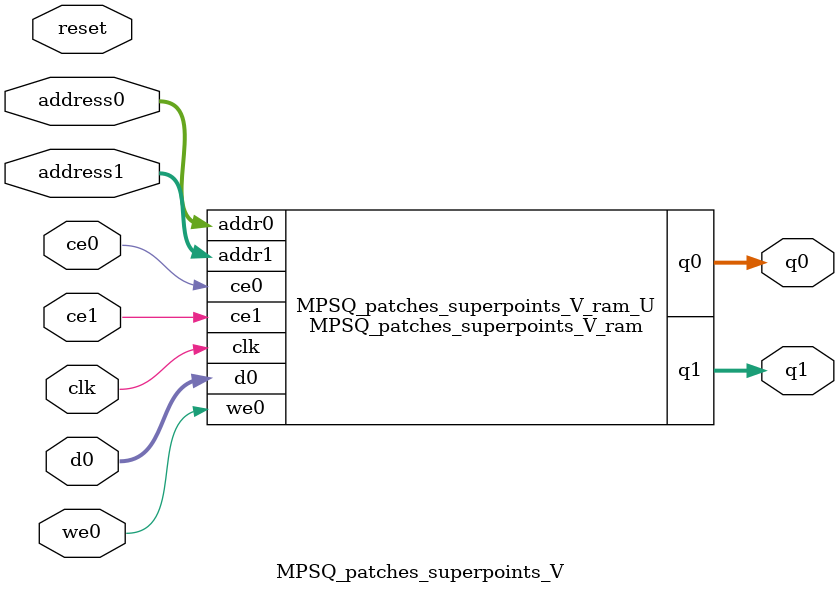
<source format=v>
`timescale 1 ns / 1 ps
module MPSQ_patches_superpoints_V_ram (addr0, ce0, d0, we0, q0, addr1, ce1, q1,  clk);

parameter DWIDTH = 64;
parameter AWIDTH = 12;
parameter MEM_SIZE = 2560;

input[AWIDTH-1:0] addr0;
input ce0;
input[DWIDTH-1:0] d0;
input we0;
output reg[DWIDTH-1:0] q0;
input[AWIDTH-1:0] addr1;
input ce1;
output reg[DWIDTH-1:0] q1;
input clk;

reg [DWIDTH-1:0] ram[0:MEM_SIZE-1];




always @(posedge clk)  
begin 
    if (ce0) begin
        if (we0) 
            ram[addr0] <= d0; 
        q0 <= ram[addr0];
    end
end


always @(posedge clk)  
begin 
    if (ce1) begin
        q1 <= ram[addr1];
    end
end


endmodule

`timescale 1 ns / 1 ps
module MPSQ_patches_superpoints_V(
    reset,
    clk,
    address0,
    ce0,
    we0,
    d0,
    q0,
    address1,
    ce1,
    q1);

parameter DataWidth = 32'd64;
parameter AddressRange = 32'd2560;
parameter AddressWidth = 32'd12;
input reset;
input clk;
input[AddressWidth - 1:0] address0;
input ce0;
input we0;
input[DataWidth - 1:0] d0;
output[DataWidth - 1:0] q0;
input[AddressWidth - 1:0] address1;
input ce1;
output[DataWidth - 1:0] q1;



MPSQ_patches_superpoints_V_ram MPSQ_patches_superpoints_V_ram_U(
    .clk( clk ),
    .addr0( address0 ),
    .ce0( ce0 ),
    .we0( we0 ),
    .d0( d0 ),
    .q0( q0 ),
    .addr1( address1 ),
    .ce1( ce1 ),
    .q1( q1 ));

endmodule


</source>
